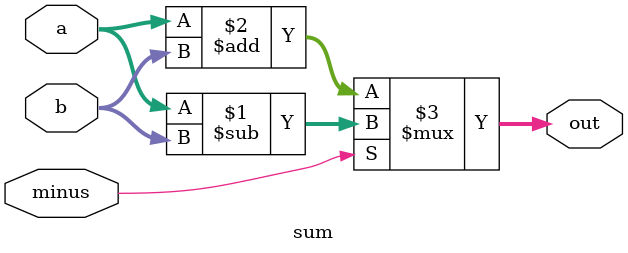
<source format=v>
`timescale 1ns / 1ps


module sum(
    input [16:0] a,
    input [16:0] b,
    input minus,
    output [17:0] out
    );
    assign out = minus ? a - b : a + b;
endmodule

</source>
